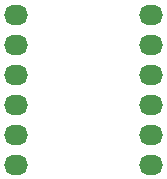
<source format=gbs>
G04 #@! TF.FileFunction,Soldermask,Bot*
%FSLAX46Y46*%
G04 Gerber Fmt 4.6, Leading zero omitted, Abs format (unit mm)*
G04 Created by KiCad (PCBNEW (2015-04-22 BZR 5620)-product) date 02/01/2016 09:16:18*
%MOMM*%
G01*
G04 APERTURE LIST*
%ADD10C,0.100000*%
%ADD11O,2.032000X1.727200*%
G04 APERTURE END LIST*
D10*
D11*
X202565000Y-103632000D03*
X202565000Y-106172000D03*
X202565000Y-108712000D03*
X202565000Y-111252000D03*
X202565000Y-113792000D03*
X202565000Y-116332000D03*
X213995000Y-103632000D03*
X213995000Y-106172000D03*
X213995000Y-108712000D03*
X213995000Y-111252000D03*
X213995000Y-113792000D03*
X213995000Y-116332000D03*
M02*

</source>
